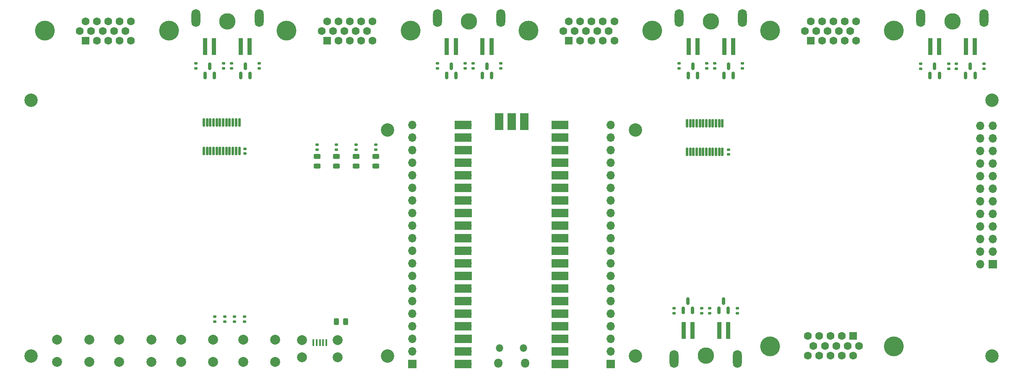
<source format=gbr>
%TF.GenerationSoftware,KiCad,Pcbnew,(7.0.0-0)*%
%TF.CreationDate,2023-03-16T21:22:01-05:00*%
%TF.ProjectId,VintageKVM,56696e74-6167-4654-9b56-4d2e6b696361,rev?*%
%TF.SameCoordinates,Original*%
%TF.FileFunction,Soldermask,Top*%
%TF.FilePolarity,Negative*%
%FSLAX46Y46*%
G04 Gerber Fmt 4.6, Leading zero omitted, Abs format (unit mm)*
G04 Created by KiCad (PCBNEW (7.0.0-0)) date 2023-03-16 21:22:01*
%MOMM*%
%LPD*%
G01*
G04 APERTURE LIST*
G04 Aperture macros list*
%AMRoundRect*
0 Rectangle with rounded corners*
0 $1 Rounding radius*
0 $2 $3 $4 $5 $6 $7 $8 $9 X,Y pos of 4 corners*
0 Add a 4 corners polygon primitive as box body*
4,1,4,$2,$3,$4,$5,$6,$7,$8,$9,$2,$3,0*
0 Add four circle primitives for the rounded corners*
1,1,$1+$1,$2,$3*
1,1,$1+$1,$4,$5*
1,1,$1+$1,$6,$7*
1,1,$1+$1,$8,$9*
0 Add four rect primitives between the rounded corners*
20,1,$1+$1,$2,$3,$4,$5,0*
20,1,$1+$1,$4,$5,$6,$7,0*
20,1,$1+$1,$6,$7,$8,$9,0*
20,1,$1+$1,$8,$9,$2,$3,0*%
G04 Aperture macros list end*
%ADD10RoundRect,0.140000X0.170000X-0.140000X0.170000X0.140000X-0.170000X0.140000X-0.170000X-0.140000X0*%
%ADD11RoundRect,0.135000X0.185000X-0.135000X0.185000X0.135000X-0.185000X0.135000X-0.185000X-0.135000X0*%
%ADD12C,4.000000*%
%ADD13R,1.600000X1.600000*%
%ADD14C,1.600000*%
%ADD15R,1.700000X1.700000*%
%ADD16O,1.700000X1.700000*%
%ADD17RoundRect,0.150000X0.150000X-0.587500X0.150000X0.587500X-0.150000X0.587500X-0.150000X-0.587500X0*%
%ADD18R,0.900000X3.500000*%
%ADD19C,3.316000*%
%ADD20O,1.800000X3.600000*%
%ADD21C,2.700000*%
%ADD22C,0.001000*%
%ADD23R,0.400000X1.400000*%
%ADD24C,2.000000*%
%ADD25RoundRect,0.135000X-0.185000X0.135000X-0.185000X-0.135000X0.185000X-0.135000X0.185000X0.135000X0*%
%ADD26RoundRect,0.243750X0.456250X-0.243750X0.456250X0.243750X-0.456250X0.243750X-0.456250X-0.243750X0*%
%ADD27RoundRect,0.020500X-0.184500X0.764500X-0.184500X-0.764500X0.184500X-0.764500X0.184500X0.764500X0*%
%ADD28RoundRect,0.243750X-0.243750X-0.456250X0.243750X-0.456250X0.243750X0.456250X-0.243750X0.456250X0*%
%ADD29O,1.800000X1.800000*%
%ADD30O,1.500000X1.500000*%
%ADD31R,3.500000X1.700000*%
%ADD32R,1.700000X3.500000*%
G04 APERTURE END LIST*
D10*
%TO.C,C2*%
X86211113Y-69769405D03*
X86211113Y-68809405D03*
%TD*%
%TO.C,C1*%
X183830565Y-69919405D03*
X183830565Y-68959405D03*
%TD*%
D11*
%TO.C,R9*%
X130642543Y-52582500D03*
X130642543Y-51562500D03*
%TD*%
D12*
%TO.C,J14*%
X192139178Y-108650000D03*
X217139178Y-108650000D03*
D13*
X208954177Y-106599999D03*
D14*
X206664178Y-106600000D03*
X204374178Y-106600000D03*
X202084178Y-106600000D03*
X199794178Y-106600000D03*
X210099178Y-108580000D03*
X207809178Y-108580000D03*
X205519178Y-108580000D03*
X203229178Y-108580000D03*
X200939178Y-108580000D03*
X208954178Y-110560000D03*
X206664178Y-110560000D03*
X204374178Y-110560000D03*
X202084178Y-110560000D03*
X199794178Y-110560000D03*
%TD*%
D15*
%TO.C,J2*%
X159999999Y-112199999D03*
D16*
X159999999Y-109659999D03*
X159999999Y-107119999D03*
X159999999Y-104579999D03*
X159999999Y-102039999D03*
X159999999Y-99499999D03*
X159999999Y-96959999D03*
X159999999Y-94419999D03*
X159999999Y-91879999D03*
X159999999Y-89339999D03*
X159999999Y-86799999D03*
X159999999Y-84259999D03*
X159999999Y-81719999D03*
X159999999Y-79179999D03*
X159999999Y-76639999D03*
X159999999Y-74099999D03*
X159999999Y-71559999D03*
X159999999Y-69019999D03*
X159999999Y-66479999D03*
X159999999Y-63939999D03*
%TD*%
D17*
%TO.C,Q4*%
X182859269Y-54000000D03*
X184759269Y-54000000D03*
X183809269Y-52125000D03*
%TD*%
D11*
%TO.C,R6*%
X173815269Y-52582500D03*
X173815269Y-51562500D03*
%TD*%
D18*
%TO.C,J7*%
X177515268Y-48149999D03*
X182915268Y-48149999D03*
X175715268Y-48149999D03*
X184715268Y-48149999D03*
D19*
X180215269Y-43050000D03*
D20*
X173815268Y-42349999D03*
X186615268Y-42349999D03*
%TD*%
D21*
%TO.C,H2*%
X43000000Y-110600000D03*
%TD*%
D17*
%TO.C,Q2*%
X231643995Y-54017500D03*
X233543995Y-54017500D03*
X232593995Y-52142500D03*
%TD*%
D11*
%TO.C,R16*%
X83433817Y-52582500D03*
X83433817Y-51562500D03*
%TD*%
D22*
%TO.C,J1*%
X99300000Y-108720000D03*
X103300000Y-108720000D03*
D23*
X99999999Y-107899999D03*
X100649999Y-107899999D03*
X101299999Y-107899999D03*
X101949999Y-107899999D03*
X102599999Y-107899999D03*
D24*
X97725000Y-110850000D03*
X104875000Y-110850000D03*
X104875000Y-107400000D03*
X97725000Y-107400000D03*
%TD*%
D21*
%TO.C,H3*%
X115000000Y-65000000D03*
%TD*%
D25*
%TO.C,R22*%
X82090000Y-102680000D03*
X82090000Y-103700000D03*
%TD*%
D17*
%TO.C,Q7*%
X78101817Y-54000000D03*
X80001817Y-54000000D03*
X79051817Y-52125000D03*
%TD*%
D12*
%TO.C,J8*%
X168384452Y-44950000D03*
X143384452Y-44950000D03*
D13*
X151569451Y-46999999D03*
D14*
X153859452Y-47000000D03*
X156149452Y-47000000D03*
X158439452Y-47000000D03*
X160729452Y-47000000D03*
X150424452Y-45020000D03*
X152714452Y-45020000D03*
X155004452Y-45020000D03*
X157294452Y-45020000D03*
X159584452Y-45020000D03*
X151569452Y-43040000D03*
X153859452Y-43040000D03*
X156149452Y-43040000D03*
X158439452Y-43040000D03*
X160729452Y-43040000D03*
%TD*%
D17*
%TO.C,Q3*%
X175671269Y-54000000D03*
X177571269Y-54000000D03*
X176621269Y-52125000D03*
%TD*%
D11*
%TO.C,R10*%
X125030543Y-52582500D03*
X125030543Y-51562500D03*
%TD*%
D25*
%TO.C,R21*%
X80100000Y-102680000D03*
X80100000Y-103700000D03*
%TD*%
D24*
%TO.C,SW3*%
X79783332Y-111850000D03*
X73283332Y-111850000D03*
X79783332Y-107350000D03*
X73283332Y-107350000D03*
%TD*%
D11*
%TO.C,R15*%
X89045817Y-52582500D03*
X89045817Y-51562500D03*
%TD*%
D21*
%TO.C,H6*%
X165000000Y-110600000D03*
%TD*%
D17*
%TO.C,Q9*%
X174656000Y-101437500D03*
X176556000Y-101437500D03*
X175606000Y-99562500D03*
%TD*%
D25*
%TO.C,R27*%
X108633332Y-67980000D03*
X108633332Y-69000000D03*
%TD*%
D11*
%TO.C,R12*%
X132218543Y-52582500D03*
X132218543Y-51562500D03*
%TD*%
%TO.C,R14*%
X76245817Y-52582500D03*
X76245817Y-51562500D03*
%TD*%
D24*
%TO.C,SW1*%
X54750000Y-111850000D03*
X48250000Y-111850000D03*
X54750000Y-107350000D03*
X48250000Y-107350000D03*
%TD*%
D11*
%TO.C,R20*%
X185600000Y-102000000D03*
X185600000Y-100980000D03*
%TD*%
D24*
%TO.C,SW2*%
X67266666Y-111850000D03*
X60766666Y-111850000D03*
X67266666Y-107350000D03*
X60766666Y-107350000D03*
%TD*%
D21*
%TO.C,H4*%
X115000000Y-110600000D03*
%TD*%
D26*
%TO.C,D1*%
X100700000Y-72237500D03*
X100700000Y-70362500D03*
%TD*%
D11*
%TO.C,R19*%
X179988000Y-102000000D03*
X179988000Y-100980000D03*
%TD*%
D26*
%TO.C,D2*%
X104666666Y-72237500D03*
X104666666Y-70362500D03*
%TD*%
D17*
%TO.C,Q5*%
X126886543Y-54000000D03*
X128786543Y-54000000D03*
X127836543Y-52125000D03*
%TD*%
D11*
%TO.C,R2*%
X222599995Y-52600000D03*
X222599995Y-51580000D03*
%TD*%
D26*
%TO.C,D3*%
X108633332Y-72237500D03*
X108633332Y-70362500D03*
%TD*%
D25*
%TO.C,R28*%
X112600000Y-67980000D03*
X112600000Y-69000000D03*
%TD*%
D17*
%TO.C,Q6*%
X134074543Y-54000000D03*
X135974543Y-54000000D03*
X135024543Y-52125000D03*
%TD*%
D12*
%TO.C,J6*%
X217169178Y-44950000D03*
X192169178Y-44950000D03*
D13*
X200354177Y-46999999D03*
D14*
X202644178Y-47000000D03*
X204934178Y-47000000D03*
X207224178Y-47000000D03*
X209514178Y-47000000D03*
X199209178Y-45020000D03*
X201499178Y-45020000D03*
X203789178Y-45020000D03*
X206079178Y-45020000D03*
X208369178Y-45020000D03*
X200354178Y-43040000D03*
X202644178Y-43040000D03*
X204934178Y-43040000D03*
X207224178Y-43040000D03*
X209514178Y-43040000D03*
%TD*%
D25*
%TO.C,R17*%
X172800000Y-100980000D03*
X172800000Y-102000000D03*
%TD*%
D12*
%TO.C,J12*%
X70815000Y-44950000D03*
X45815000Y-44950000D03*
D13*
X53999999Y-46999999D03*
D14*
X56290000Y-47000000D03*
X58580000Y-47000000D03*
X60870000Y-47000000D03*
X63160000Y-47000000D03*
X52855000Y-45020000D03*
X55145000Y-45020000D03*
X57435000Y-45020000D03*
X59725000Y-45020000D03*
X62015000Y-45020000D03*
X54000000Y-43040000D03*
X56290000Y-43040000D03*
X58580000Y-43040000D03*
X60870000Y-43040000D03*
X63160000Y-43040000D03*
%TD*%
D26*
%TO.C,D4*%
X112600000Y-72237500D03*
X112600000Y-70362500D03*
%TD*%
D24*
%TO.C,SW4*%
X92300000Y-111850000D03*
X85800000Y-111850000D03*
X92300000Y-107350000D03*
X85800000Y-107350000D03*
%TD*%
D25*
%TO.C,R24*%
X86070000Y-102680000D03*
X86070000Y-103700000D03*
%TD*%
D11*
%TO.C,R8*%
X181003269Y-52582500D03*
X181003269Y-51562500D03*
%TD*%
D18*
%TO.C,J11*%
X79945816Y-48149999D03*
X85345816Y-48149999D03*
X78145816Y-48149999D03*
X87145816Y-48149999D03*
D19*
X82645817Y-43050000D03*
D20*
X76245816Y-42349999D03*
X89045816Y-42349999D03*
%TD*%
D21*
%TO.C,H5*%
X165000000Y-65000000D03*
%TD*%
D17*
%TO.C,Q8*%
X85289817Y-54000000D03*
X87189817Y-54000000D03*
X86239817Y-52125000D03*
%TD*%
D21*
%TO.C,H8*%
X237000000Y-110600000D03*
%TD*%
D11*
%TO.C,R4*%
X229787995Y-52600000D03*
X229787995Y-51580000D03*
%TD*%
%TO.C,R3*%
X235399995Y-52600000D03*
X235399995Y-51580000D03*
%TD*%
D15*
%TO.C,J4*%
X119999999Y-112199999D03*
D16*
X119999999Y-109659999D03*
X119999999Y-107119999D03*
X119999999Y-104579999D03*
X119999999Y-102039999D03*
X119999999Y-99499999D03*
X119999999Y-96959999D03*
X119999999Y-94419999D03*
X119999999Y-91879999D03*
X119999999Y-89339999D03*
X119999999Y-86799999D03*
X119999999Y-84259999D03*
X119999999Y-81719999D03*
X119999999Y-79179999D03*
X119999999Y-76639999D03*
X119999999Y-74099999D03*
X119999999Y-71559999D03*
X119999999Y-69019999D03*
X119999999Y-66479999D03*
X119999999Y-63939999D03*
%TD*%
D27*
%TO.C,U2*%
X182555565Y-63619405D03*
X181905565Y-63619405D03*
X181255565Y-63619405D03*
X180605565Y-63619405D03*
X179955565Y-63619405D03*
X179305565Y-63619405D03*
X178655565Y-63619405D03*
X178005565Y-63619405D03*
X177355565Y-63619405D03*
X176705565Y-63619405D03*
X176055565Y-63619405D03*
X175405565Y-63619405D03*
X175405565Y-69359405D03*
X176055565Y-69359405D03*
X176705565Y-69359405D03*
X177355565Y-69359405D03*
X178005565Y-69359405D03*
X178655565Y-69359405D03*
X179305565Y-69359405D03*
X179955565Y-69359405D03*
X180605565Y-69359405D03*
X181255565Y-69359405D03*
X181905565Y-69359405D03*
X182555565Y-69359405D03*
%TD*%
D18*
%TO.C,J5*%
X226299994Y-48149999D03*
X231699994Y-48149999D03*
X224499994Y-48149999D03*
X233499994Y-48149999D03*
D19*
X228999995Y-43050000D03*
D20*
X222599994Y-42349999D03*
X235399994Y-42349999D03*
%TD*%
D28*
%TO.C,F1*%
X104625000Y-103700000D03*
X106500000Y-103700000D03*
%TD*%
D11*
%TO.C,R7*%
X186615269Y-52582500D03*
X186615269Y-51562500D03*
%TD*%
%TO.C,R11*%
X137830543Y-52582500D03*
X137830543Y-51562500D03*
%TD*%
D25*
%TO.C,R25*%
X100700000Y-67980000D03*
X100700000Y-69000000D03*
%TD*%
D11*
%TO.C,R13*%
X81857817Y-52582500D03*
X81857817Y-51562500D03*
%TD*%
D25*
%TO.C,R26*%
X104666666Y-67980000D03*
X104666666Y-69000000D03*
%TD*%
D11*
%TO.C,R1*%
X228211995Y-52600000D03*
X228211995Y-51580000D03*
%TD*%
%TO.C,R5*%
X179427269Y-52582500D03*
X179427269Y-51562500D03*
%TD*%
D27*
%TO.C,U3*%
X85036113Y-63469405D03*
X84386113Y-63469405D03*
X83736113Y-63469405D03*
X83086113Y-63469405D03*
X82436113Y-63469405D03*
X81786113Y-63469405D03*
X81136113Y-63469405D03*
X80486113Y-63469405D03*
X79836113Y-63469405D03*
X79186113Y-63469405D03*
X78536113Y-63469405D03*
X77886113Y-63469405D03*
X77886113Y-69209405D03*
X78536113Y-69209405D03*
X79186113Y-69209405D03*
X79836113Y-69209405D03*
X80486113Y-69209405D03*
X81136113Y-69209405D03*
X81786113Y-69209405D03*
X82436113Y-69209405D03*
X83086113Y-69209405D03*
X83736113Y-69209405D03*
X84386113Y-69209405D03*
X85036113Y-69209405D03*
%TD*%
D21*
%TO.C,H7*%
X237000000Y-59000000D03*
%TD*%
%TO.C,H1*%
X43000000Y-59000000D03*
%TD*%
D12*
%TO.C,J10*%
X119599726Y-44950000D03*
X94599726Y-44950000D03*
D13*
X102784725Y-46999999D03*
D14*
X105074726Y-47000000D03*
X107364726Y-47000000D03*
X109654726Y-47000000D03*
X111944726Y-47000000D03*
X101639726Y-45020000D03*
X103929726Y-45020000D03*
X106219726Y-45020000D03*
X108509726Y-45020000D03*
X110799726Y-45020000D03*
X102784726Y-43040000D03*
X105074726Y-43040000D03*
X107364726Y-43040000D03*
X109654726Y-43040000D03*
X111944726Y-43040000D03*
%TD*%
D25*
%TO.C,R23*%
X84080000Y-102680000D03*
X84080000Y-103700000D03*
%TD*%
D15*
%TO.C,J3*%
X237099999Y-92079999D03*
D16*
X234559999Y-92079999D03*
X237099999Y-89539999D03*
X234559999Y-89539999D03*
X237099999Y-86999999D03*
X234559999Y-86999999D03*
X237099999Y-84459999D03*
X234559999Y-84459999D03*
X237099999Y-81919999D03*
X234559999Y-81919999D03*
X237099999Y-79379999D03*
X234559999Y-79379999D03*
X237099999Y-76839999D03*
X234559999Y-76839999D03*
X237099999Y-74299999D03*
X234559999Y-74299999D03*
X237099999Y-71759999D03*
X234559999Y-71759999D03*
X237099999Y-69219999D03*
X234559999Y-69219999D03*
X237099999Y-66679999D03*
X234559999Y-66679999D03*
X237099999Y-64139999D03*
X234559999Y-64139999D03*
%TD*%
D29*
%TO.C,U1*%
X142724999Y-112069999D03*
D30*
X142424999Y-109039999D03*
X137574999Y-109039999D03*
D29*
X137274999Y-112069999D03*
D16*
X148889999Y-112199999D03*
D31*
X149789999Y-112199999D03*
D16*
X148889999Y-109659999D03*
D31*
X149789999Y-109659999D03*
D15*
X148889999Y-107119999D03*
D31*
X149789999Y-107119999D03*
D16*
X148889999Y-104579999D03*
D31*
X149789999Y-104579999D03*
D16*
X148889999Y-102039999D03*
D31*
X149789999Y-102039999D03*
D16*
X148889999Y-99499999D03*
D31*
X149789999Y-99499999D03*
D16*
X148889999Y-96959999D03*
D31*
X149789999Y-96959999D03*
D15*
X148889999Y-94419999D03*
D31*
X149789999Y-94419999D03*
D16*
X148889999Y-91879999D03*
D31*
X149789999Y-91879999D03*
D16*
X148889999Y-89339999D03*
D31*
X149789999Y-89339999D03*
D16*
X148889999Y-86799999D03*
D31*
X149789999Y-86799999D03*
D16*
X148889999Y-84259999D03*
D31*
X149789999Y-84259999D03*
D15*
X148889999Y-81719999D03*
D31*
X149789999Y-81719999D03*
D16*
X148889999Y-79179999D03*
D31*
X149789999Y-79179999D03*
D16*
X148889999Y-76639999D03*
D31*
X149789999Y-76639999D03*
D16*
X148889999Y-74099999D03*
D31*
X149789999Y-74099999D03*
D16*
X148889999Y-71559999D03*
D31*
X149789999Y-71559999D03*
D15*
X148889999Y-69019999D03*
D31*
X149789999Y-69019999D03*
D16*
X148889999Y-66479999D03*
D31*
X149789999Y-66479999D03*
D16*
X148889999Y-63939999D03*
D31*
X149789999Y-63939999D03*
D16*
X131109999Y-63939999D03*
D31*
X130209999Y-63939999D03*
D16*
X131109999Y-66479999D03*
D31*
X130209999Y-66479999D03*
D15*
X131109999Y-69019999D03*
D31*
X130209999Y-69019999D03*
D16*
X131109999Y-71559999D03*
D31*
X130209999Y-71559999D03*
D16*
X131109999Y-74099999D03*
D31*
X130209999Y-74099999D03*
D16*
X131109999Y-76639999D03*
D31*
X130209999Y-76639999D03*
D16*
X131109999Y-79179999D03*
D31*
X130209999Y-79179999D03*
D15*
X131109999Y-81719999D03*
D31*
X130209999Y-81719999D03*
D16*
X131109999Y-84259999D03*
D31*
X130209999Y-84259999D03*
D16*
X131109999Y-86799999D03*
D31*
X130209999Y-86799999D03*
D16*
X131109999Y-89339999D03*
D31*
X130209999Y-89339999D03*
D16*
X131109999Y-91879999D03*
D31*
X130209999Y-91879999D03*
D15*
X131109999Y-94419999D03*
D31*
X130209999Y-94419999D03*
D16*
X131109999Y-96959999D03*
D31*
X130209999Y-96959999D03*
D16*
X131109999Y-99499999D03*
D31*
X130209999Y-99499999D03*
D16*
X131109999Y-102039999D03*
D31*
X130209999Y-102039999D03*
D16*
X131109999Y-104579999D03*
D31*
X130209999Y-104579999D03*
D15*
X131109999Y-107119999D03*
D31*
X130209999Y-107119999D03*
D16*
X131109999Y-109659999D03*
D31*
X130209999Y-109659999D03*
D16*
X131109999Y-112199999D03*
D31*
X130209999Y-112199999D03*
D16*
X142539999Y-64169999D03*
D32*
X142539999Y-63269999D03*
D15*
X139999999Y-64169999D03*
D32*
X139999999Y-63269999D03*
D16*
X137459999Y-64169999D03*
D32*
X137459999Y-63269999D03*
%TD*%
D18*
%TO.C,J13*%
X181899999Y-105449999D03*
X176499999Y-105449999D03*
X183699999Y-105449999D03*
X174699999Y-105449999D03*
D19*
X179200000Y-110550000D03*
D20*
X185599999Y-111249999D03*
X172799999Y-111249999D03*
%TD*%
D17*
%TO.C,Q10*%
X181844000Y-101437500D03*
X183744000Y-101437500D03*
X182794000Y-99562500D03*
%TD*%
D18*
%TO.C,J9*%
X128730542Y-48149999D03*
X134130542Y-48149999D03*
X126930542Y-48149999D03*
X135930542Y-48149999D03*
D19*
X131430543Y-43050000D03*
D20*
X125030542Y-42349999D03*
X137830542Y-42349999D03*
%TD*%
D11*
%TO.C,R18*%
X178412000Y-102000000D03*
X178412000Y-100980000D03*
%TD*%
D17*
%TO.C,Q1*%
X224455995Y-54017500D03*
X226355995Y-54017500D03*
X225405995Y-52142500D03*
%TD*%
M02*

</source>
